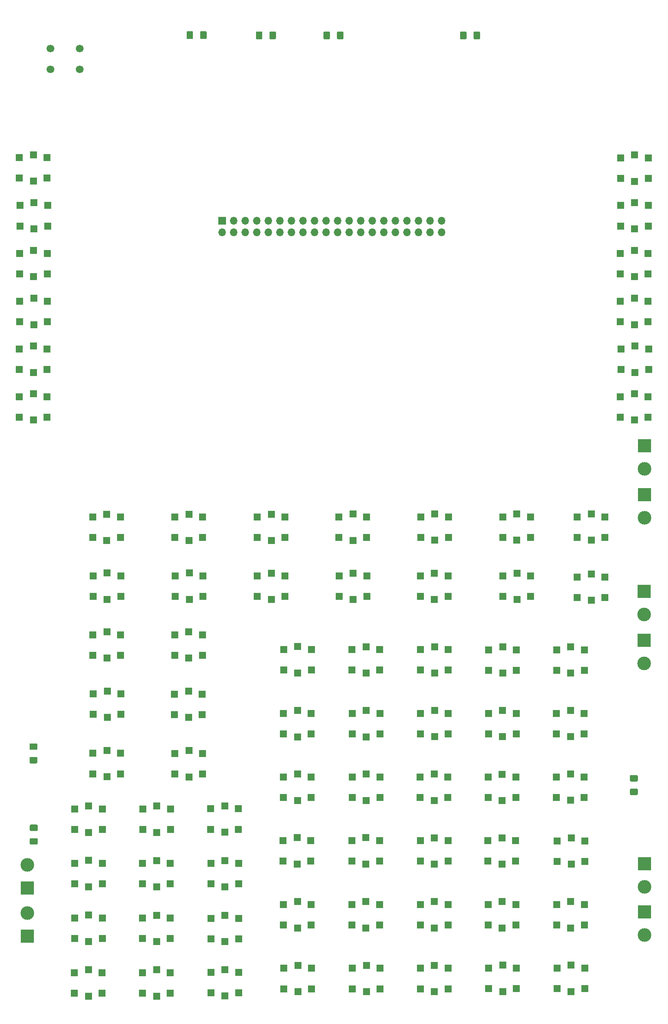
<source format=gts>
%TF.GenerationSoftware,KiCad,Pcbnew,(5.1.10)-1*%
%TF.CreationDate,2022-01-05T11:20:31+00:00*%
%TF.ProjectId,opena3xx-mcdu,6f70656e-6133-4787-982d-6d6364752e6b,0.1*%
%TF.SameCoordinates,Original*%
%TF.FileFunction,Soldermask,Top*%
%TF.FilePolarity,Negative*%
%FSLAX46Y46*%
G04 Gerber Fmt 4.6, Leading zero omitted, Abs format (unit mm)*
G04 Created by KiCad (PCBNEW (5.1.10)-1) date 2022-01-05 11:20:31*
%MOMM*%
%LPD*%
G01*
G04 APERTURE LIST*
%ADD10C,3.000000*%
%ADD11R,3.000000X3.000000*%
%ADD12R,1.524000X1.524000*%
%ADD13C,1.700000*%
%ADD14O,1.700000X1.700000*%
%ADD15R,1.700000X1.700000*%
G04 APERTURE END LIST*
D10*
X173507400Y-227352460D03*
D11*
X173507400Y-222272460D03*
D12*
X70168000Y-161328000D03*
X76268000Y-161328000D03*
X70168000Y-165828000D03*
X76268000Y-165828000D03*
X73268000Y-160678000D03*
X73268000Y-166478000D03*
D10*
X173380000Y-167589000D03*
D11*
X173380000Y-162509000D03*
D12*
X142304000Y-135420000D03*
X148404000Y-135420000D03*
X142304000Y-139920000D03*
X148404000Y-139920000D03*
X145404000Y-134770000D03*
X145404000Y-140570000D03*
X127370000Y-140570000D03*
X127370000Y-134770000D03*
X130370000Y-139920000D03*
X124270000Y-139920000D03*
X130370000Y-135420000D03*
X124270000Y-135420000D03*
D10*
X173380000Y-156896000D03*
D11*
X173380000Y-151816000D03*
D12*
X39145600Y-82657600D03*
X39145600Y-76857600D03*
X42145600Y-82007600D03*
X36045600Y-82007600D03*
X42145600Y-77507600D03*
X36045600Y-77507600D03*
X161812000Y-153778000D03*
X161812000Y-147978000D03*
X164812000Y-153128000D03*
X158712000Y-153128000D03*
X164812000Y-148628000D03*
X158712000Y-148628000D03*
X161812000Y-140570000D03*
X161812000Y-134770000D03*
X164812000Y-139920000D03*
X158712000Y-139920000D03*
X164812000Y-135420000D03*
X158712000Y-135420000D03*
D10*
X173469000Y-124841000D03*
D11*
X173469000Y-119761000D03*
D10*
X173469000Y-135636000D03*
D11*
X173469000Y-130556000D03*
D12*
X51272000Y-204755000D03*
X51272000Y-198955000D03*
X54272000Y-204105000D03*
X48172000Y-204105000D03*
X54272000Y-199605000D03*
X48172000Y-199605000D03*
D13*
X42824400Y-37033200D03*
X49324400Y-37033200D03*
X42824400Y-32533200D03*
X49324400Y-32533200D03*
D12*
X55259000Y-192538000D03*
X55259000Y-186738000D03*
X58259000Y-191888000D03*
X52159000Y-191888000D03*
X58259000Y-187388000D03*
X52159000Y-187388000D03*
X55361000Y-179482000D03*
X55361000Y-173682000D03*
X58361000Y-178832000D03*
X52261000Y-178832000D03*
X58361000Y-174332000D03*
X52261000Y-174332000D03*
X73319000Y-192563000D03*
X73319000Y-186763000D03*
X76319000Y-191913000D03*
X70219000Y-191913000D03*
X76319000Y-187413000D03*
X70219000Y-187413000D03*
X73243000Y-179508000D03*
X73243000Y-173708000D03*
X76243000Y-178858000D03*
X70143000Y-178858000D03*
X76243000Y-174358000D03*
X70143000Y-174358000D03*
X157342000Y-239757000D03*
X157342000Y-233957000D03*
X160342000Y-239107000D03*
X154242000Y-239107000D03*
X160342000Y-234607000D03*
X154242000Y-234607000D03*
X142305000Y-239757000D03*
X142305000Y-233957000D03*
X145305000Y-239107000D03*
X139205000Y-239107000D03*
X145305000Y-234607000D03*
X139205000Y-234607000D03*
X127294000Y-239782000D03*
X127294000Y-233982000D03*
X130294000Y-239132000D03*
X124194000Y-239132000D03*
X130294000Y-234632000D03*
X124194000Y-234632000D03*
X112333000Y-239782000D03*
X112333000Y-233982000D03*
X115333000Y-239132000D03*
X109233000Y-239132000D03*
X115333000Y-234632000D03*
X109233000Y-234632000D03*
X97271000Y-239782000D03*
X97271000Y-233982000D03*
X100271000Y-239132000D03*
X94171000Y-239132000D03*
X100271000Y-234632000D03*
X94171000Y-234632000D03*
X157266000Y-225787000D03*
X157266000Y-219987000D03*
X160266000Y-225137000D03*
X154166000Y-225137000D03*
X160266000Y-220637000D03*
X154166000Y-220637000D03*
X142178000Y-225761000D03*
X142178000Y-219961000D03*
X145178000Y-225111000D03*
X139078000Y-225111000D03*
X145178000Y-220611000D03*
X139078000Y-220611000D03*
X127294000Y-225787000D03*
X127294000Y-219987000D03*
X130294000Y-225137000D03*
X124194000Y-225137000D03*
X130294000Y-220637000D03*
X124194000Y-220637000D03*
X112206000Y-225787000D03*
X112206000Y-219987000D03*
X115206000Y-225137000D03*
X109106000Y-225137000D03*
X115206000Y-220637000D03*
X109106000Y-220637000D03*
X97169000Y-225761000D03*
X97169000Y-219961000D03*
X100169000Y-225111000D03*
X94069000Y-225111000D03*
X100169000Y-220611000D03*
X94069000Y-220611000D03*
X157367000Y-211766000D03*
X157367000Y-205966000D03*
X160367000Y-211116000D03*
X154267000Y-211116000D03*
X160367000Y-206616000D03*
X154267000Y-206616000D03*
X142153000Y-211740000D03*
X142153000Y-205940000D03*
X145153000Y-211090000D03*
X139053000Y-211090000D03*
X145153000Y-206590000D03*
X139053000Y-206590000D03*
X127294000Y-211740000D03*
X127294000Y-205940000D03*
X130294000Y-211090000D03*
X124194000Y-211090000D03*
X130294000Y-206590000D03*
X124194000Y-206590000D03*
X112206000Y-211715000D03*
X112206000Y-205915000D03*
X115206000Y-211065000D03*
X109106000Y-211065000D03*
X115206000Y-206565000D03*
X109106000Y-206565000D03*
X97093000Y-211715000D03*
X97093000Y-205915000D03*
X100093000Y-211065000D03*
X93993000Y-211065000D03*
X100093000Y-206565000D03*
X93993000Y-206565000D03*
X157240000Y-197720000D03*
X157240000Y-191920000D03*
X160240000Y-197070000D03*
X154140000Y-197070000D03*
X160240000Y-192570000D03*
X154140000Y-192570000D03*
X142204000Y-197770000D03*
X142204000Y-191970000D03*
X145204000Y-197120000D03*
X139104000Y-197120000D03*
X145204000Y-192620000D03*
X139104000Y-192620000D03*
X127268000Y-197745000D03*
X127268000Y-191945000D03*
X130268000Y-197095000D03*
X124168000Y-197095000D03*
X130268000Y-192595000D03*
X124168000Y-192595000D03*
X112308000Y-197745000D03*
X112308000Y-191945000D03*
X115308000Y-197095000D03*
X109208000Y-197095000D03*
X115308000Y-192595000D03*
X109208000Y-192595000D03*
X97195000Y-197745000D03*
X97195000Y-191945000D03*
X100195000Y-197095000D03*
X94095000Y-197095000D03*
X100195000Y-192595000D03*
X94095000Y-192595000D03*
X157240000Y-183750000D03*
X157240000Y-177950000D03*
X160240000Y-183100000D03*
X154140000Y-183100000D03*
X160240000Y-178600000D03*
X154140000Y-178600000D03*
X142280000Y-183750000D03*
X142280000Y-177950000D03*
X145280000Y-183100000D03*
X139180000Y-183100000D03*
X145280000Y-178600000D03*
X139180000Y-178600000D03*
X127345000Y-183750000D03*
X127345000Y-177950000D03*
X130345000Y-183100000D03*
X124245000Y-183100000D03*
X130345000Y-178600000D03*
X124245000Y-178600000D03*
X112308000Y-183775000D03*
X112308000Y-177975000D03*
X115308000Y-183125000D03*
X109208000Y-183125000D03*
X115308000Y-178625000D03*
X109208000Y-178625000D03*
X97169000Y-183775000D03*
X97169000Y-177975000D03*
X100169000Y-183125000D03*
X94069000Y-183125000D03*
X100169000Y-178625000D03*
X94069000Y-178625000D03*
X157266000Y-169780000D03*
X157266000Y-163980000D03*
X160266000Y-169130000D03*
X154166000Y-169130000D03*
X160266000Y-164630000D03*
X154166000Y-164630000D03*
X142305000Y-169780000D03*
X142305000Y-163980000D03*
X145305000Y-169130000D03*
X139205000Y-169130000D03*
X145305000Y-164630000D03*
X139205000Y-164630000D03*
X127345000Y-169754000D03*
X127345000Y-163954000D03*
X130345000Y-169104000D03*
X124245000Y-169104000D03*
X130345000Y-164604000D03*
X124245000Y-164604000D03*
X112257000Y-169754000D03*
X112257000Y-163954000D03*
X115257000Y-169104000D03*
X109157000Y-169104000D03*
X115257000Y-164604000D03*
X109157000Y-164604000D03*
X97246000Y-169729000D03*
X97246000Y-163929000D03*
X100246000Y-169079000D03*
X94146000Y-169079000D03*
X100246000Y-164579000D03*
X94146000Y-164579000D03*
X81218000Y-240696000D03*
X81218000Y-234896000D03*
X84218000Y-240046000D03*
X78118000Y-240046000D03*
X84218000Y-235546000D03*
X78118000Y-235546000D03*
X66192000Y-240750000D03*
X66192000Y-234950000D03*
X69192000Y-240100000D03*
X63092000Y-240100000D03*
X69192000Y-235600000D03*
X63092000Y-235600000D03*
X51232000Y-240750000D03*
X51232000Y-234950000D03*
X54232000Y-240100000D03*
X48132000Y-240100000D03*
X54232000Y-235600000D03*
X48132000Y-235600000D03*
X81218000Y-228784000D03*
X81218000Y-222984000D03*
X84218000Y-228134000D03*
X78118000Y-228134000D03*
X84218000Y-223634000D03*
X78118000Y-223634000D03*
X66181000Y-228758000D03*
X66181000Y-222958000D03*
X69181000Y-228108000D03*
X63081000Y-228108000D03*
X69181000Y-223608000D03*
X63081000Y-223608000D03*
X51246000Y-228733000D03*
X51246000Y-222933000D03*
X54246000Y-228083000D03*
X48146000Y-228083000D03*
X54246000Y-223583000D03*
X48146000Y-223583000D03*
X81244000Y-216744000D03*
X81244000Y-210944000D03*
X84244000Y-216094000D03*
X78144000Y-216094000D03*
X84244000Y-211594000D03*
X78144000Y-211594000D03*
X66181000Y-216744000D03*
X66181000Y-210944000D03*
X69181000Y-216094000D03*
X63081000Y-216094000D03*
X69181000Y-211594000D03*
X63081000Y-211594000D03*
X51246000Y-216719000D03*
X51246000Y-210919000D03*
X54246000Y-216069000D03*
X48146000Y-216069000D03*
X54246000Y-211569000D03*
X48146000Y-211569000D03*
X81193000Y-204730000D03*
X81193000Y-198930000D03*
X84193000Y-204080000D03*
X78093000Y-204080000D03*
X84193000Y-199580000D03*
X78093000Y-199580000D03*
X66232000Y-204755000D03*
X66232000Y-198955000D03*
X69232000Y-204105000D03*
X63132000Y-204105000D03*
X69232000Y-199605000D03*
X63132000Y-199605000D03*
X55285000Y-166478000D03*
X55285000Y-160678000D03*
X58285000Y-165828000D03*
X52185000Y-165828000D03*
X58285000Y-161328000D03*
X52185000Y-161328000D03*
X145429000Y-153574000D03*
X145429000Y-147774000D03*
X148429000Y-152924000D03*
X142329000Y-152924000D03*
X148429000Y-148424000D03*
X142329000Y-148424000D03*
X127294000Y-153574000D03*
X127294000Y-147774000D03*
X130294000Y-152924000D03*
X124194000Y-152924000D03*
X130294000Y-148424000D03*
X124194000Y-148424000D03*
X109412000Y-153574000D03*
X109412000Y-147774000D03*
X112412000Y-152924000D03*
X106312000Y-152924000D03*
X112412000Y-148424000D03*
X106312000Y-148424000D03*
X91429000Y-153574000D03*
X91429000Y-147774000D03*
X94429000Y-152924000D03*
X88329000Y-152924000D03*
X94429000Y-148424000D03*
X88329000Y-148424000D03*
X73395000Y-153549000D03*
X73395000Y-147749000D03*
X76395000Y-152899000D03*
X70295000Y-152899000D03*
X76395000Y-148399000D03*
X70295000Y-148399000D03*
X55310000Y-153549000D03*
X55310000Y-147749000D03*
X58310000Y-152899000D03*
X52210000Y-152899000D03*
X58310000Y-148399000D03*
X52210000Y-148399000D03*
X109387000Y-140595000D03*
X109387000Y-134795000D03*
X112387000Y-139945000D03*
X106287000Y-139945000D03*
X112387000Y-135445000D03*
X106287000Y-135445000D03*
X91429000Y-140620000D03*
X91429000Y-134820000D03*
X94429000Y-139970000D03*
X88329000Y-139970000D03*
X94429000Y-135470000D03*
X88329000Y-135470000D03*
X73319000Y-140620000D03*
X73319000Y-134820000D03*
X76319000Y-139970000D03*
X70219000Y-139970000D03*
X76319000Y-135470000D03*
X70219000Y-135470000D03*
X55234000Y-140620000D03*
X55234000Y-134820000D03*
X58234000Y-139970000D03*
X52134000Y-139970000D03*
X58234000Y-135470000D03*
X52134000Y-135470000D03*
X171261000Y-114154000D03*
X171261000Y-108354000D03*
X174261000Y-113504000D03*
X168161000Y-113504000D03*
X174261000Y-109004000D03*
X168161000Y-109004000D03*
X171414000Y-103688800D03*
X171414000Y-97888800D03*
X174414000Y-103038800D03*
X168314000Y-103038800D03*
X174414000Y-98538800D03*
X168314000Y-98538800D03*
X171261000Y-93173200D03*
X171261000Y-87373200D03*
X174261000Y-92523200D03*
X168161000Y-92523200D03*
X174261000Y-88023200D03*
X168161000Y-88023200D03*
X171276000Y-82657600D03*
X171276000Y-76857600D03*
X174276000Y-82007600D03*
X168176000Y-82007600D03*
X174276000Y-77507600D03*
X168176000Y-77507600D03*
X171312000Y-72142000D03*
X171312000Y-66342000D03*
X174312000Y-71492000D03*
X168212000Y-71492000D03*
X174312000Y-66992000D03*
X168212000Y-66992000D03*
X171312000Y-61677200D03*
X171312000Y-55877200D03*
X174312000Y-61027200D03*
X168212000Y-61027200D03*
X174312000Y-56527200D03*
X168212000Y-56527200D03*
X39130400Y-114154000D03*
X39130400Y-108354000D03*
X42130400Y-113504000D03*
X36030400Y-113504000D03*
X42130400Y-109004000D03*
X36030400Y-109004000D03*
X39120200Y-103688800D03*
X39120200Y-97888800D03*
X42120200Y-103038800D03*
X36020200Y-103038800D03*
X42120200Y-98538800D03*
X36020200Y-98538800D03*
X39181200Y-93173200D03*
X39181200Y-87373200D03*
X42181200Y-92523200D03*
X36081200Y-92523200D03*
X42181200Y-88023200D03*
X36081200Y-88023200D03*
X39232000Y-72142000D03*
X39232000Y-66342000D03*
X42232000Y-71492000D03*
X36132000Y-71492000D03*
X42232000Y-66992000D03*
X36132000Y-66992000D03*
X39130400Y-61626400D03*
X39130400Y-55826400D03*
X42130400Y-60976400D03*
X36030400Y-60976400D03*
X42130400Y-56476400D03*
X36030400Y-56476400D03*
D10*
X173507400Y-216735460D03*
D11*
X173507400Y-211655460D03*
D14*
X128904600Y-72847200D03*
X128904600Y-70307200D03*
X126364600Y-72847200D03*
X126364600Y-70307200D03*
X123824600Y-72847200D03*
X123824600Y-70307200D03*
X121284600Y-72847200D03*
X121284600Y-70307200D03*
X118744600Y-72847200D03*
X118744600Y-70307200D03*
X116204600Y-72847200D03*
X116204600Y-70307200D03*
X113664600Y-72847200D03*
X113664600Y-70307200D03*
X111124600Y-72847200D03*
X111124600Y-70307200D03*
X108584600Y-72847200D03*
X108584600Y-70307200D03*
X106044600Y-72847200D03*
X106044600Y-70307200D03*
X103504600Y-72847200D03*
X103504600Y-70307200D03*
X100964600Y-72847200D03*
X100964600Y-70307200D03*
X98424600Y-72847200D03*
X98424600Y-70307200D03*
X95884600Y-72847200D03*
X95884600Y-70307200D03*
X93344600Y-72847200D03*
X93344600Y-70307200D03*
X90804600Y-72847200D03*
X90804600Y-70307200D03*
X88264600Y-72847200D03*
X88264600Y-70307200D03*
X85724600Y-72847200D03*
X85724600Y-70307200D03*
X83184600Y-72847200D03*
X83184600Y-70307200D03*
X80644600Y-72847200D03*
D15*
X80644600Y-70307200D03*
D10*
X37782000Y-211925000D03*
D11*
X37782000Y-217005000D03*
D10*
X37782000Y-222529000D03*
D11*
X37782000Y-227609000D03*
G36*
G01*
X39804000Y-204470000D02*
X38554000Y-204470000D01*
G75*
G02*
X38304000Y-204220000I0J250000D01*
G01*
X38304000Y-203295000D01*
G75*
G02*
X38554000Y-203045000I250000J0D01*
G01*
X39804000Y-203045000D01*
G75*
G02*
X40054000Y-203295000I0J-250000D01*
G01*
X40054000Y-204220000D01*
G75*
G02*
X39804000Y-204470000I-250000J0D01*
G01*
G37*
G36*
G01*
X39804000Y-207445000D02*
X38554000Y-207445000D01*
G75*
G02*
X38304000Y-207195000I0J250000D01*
G01*
X38304000Y-206270000D01*
G75*
G02*
X38554000Y-206020000I250000J0D01*
G01*
X39804000Y-206020000D01*
G75*
G02*
X40054000Y-206270000I0J-250000D01*
G01*
X40054000Y-207195000D01*
G75*
G02*
X39804000Y-207445000I-250000J0D01*
G01*
G37*
G36*
G01*
X171770000Y-193586000D02*
X170520000Y-193586000D01*
G75*
G02*
X170270000Y-193336000I0J250000D01*
G01*
X170270000Y-192411000D01*
G75*
G02*
X170520000Y-192161000I250000J0D01*
G01*
X171770000Y-192161000D01*
G75*
G02*
X172020000Y-192411000I0J-250000D01*
G01*
X172020000Y-193336000D01*
G75*
G02*
X171770000Y-193586000I-250000J0D01*
G01*
G37*
G36*
G01*
X171770000Y-196561000D02*
X170520000Y-196561000D01*
G75*
G02*
X170270000Y-196311000I0J250000D01*
G01*
X170270000Y-195386000D01*
G75*
G02*
X170520000Y-195136000I250000J0D01*
G01*
X171770000Y-195136000D01*
G75*
G02*
X172020000Y-195386000I0J-250000D01*
G01*
X172020000Y-196311000D01*
G75*
G02*
X171770000Y-196561000I-250000J0D01*
G01*
G37*
G36*
G01*
X39741000Y-186626000D02*
X38491000Y-186626000D01*
G75*
G02*
X38241000Y-186376000I0J250000D01*
G01*
X38241000Y-185451000D01*
G75*
G02*
X38491000Y-185201000I250000J0D01*
G01*
X39741000Y-185201000D01*
G75*
G02*
X39991000Y-185451000I0J-250000D01*
G01*
X39991000Y-186376000D01*
G75*
G02*
X39741000Y-186626000I-250000J0D01*
G01*
G37*
G36*
G01*
X39741000Y-189601000D02*
X38491000Y-189601000D01*
G75*
G02*
X38241000Y-189351000I0J250000D01*
G01*
X38241000Y-188426000D01*
G75*
G02*
X38491000Y-188176000I250000J0D01*
G01*
X39741000Y-188176000D01*
G75*
G02*
X39991000Y-188426000I0J-250000D01*
G01*
X39991000Y-189351000D01*
G75*
G02*
X39741000Y-189601000I-250000J0D01*
G01*
G37*
G36*
G01*
X105868000Y-30228700D02*
X105868000Y-28978700D01*
G75*
G02*
X106118000Y-28728700I250000J0D01*
G01*
X107043000Y-28728700D01*
G75*
G02*
X107293000Y-28978700I0J-250000D01*
G01*
X107293000Y-30228700D01*
G75*
G02*
X107043000Y-30478700I-250000J0D01*
G01*
X106118000Y-30478700D01*
G75*
G02*
X105868000Y-30228700I0J250000D01*
G01*
G37*
G36*
G01*
X102893000Y-30228700D02*
X102893000Y-28978700D01*
G75*
G02*
X103143000Y-28728700I250000J0D01*
G01*
X104068000Y-28728700D01*
G75*
G02*
X104318000Y-28978700I0J-250000D01*
G01*
X104318000Y-30228700D01*
G75*
G02*
X104068000Y-30478700I-250000J0D01*
G01*
X103143000Y-30478700D01*
G75*
G02*
X102893000Y-30228700I0J250000D01*
G01*
G37*
G36*
G01*
X91008000Y-30228700D02*
X91008000Y-28978700D01*
G75*
G02*
X91258000Y-28728700I250000J0D01*
G01*
X92183000Y-28728700D01*
G75*
G02*
X92433000Y-28978700I0J-250000D01*
G01*
X92433000Y-30228700D01*
G75*
G02*
X92183000Y-30478700I-250000J0D01*
G01*
X91258000Y-30478700D01*
G75*
G02*
X91008000Y-30228700I0J250000D01*
G01*
G37*
G36*
G01*
X88033000Y-30228700D02*
X88033000Y-28978700D01*
G75*
G02*
X88283000Y-28728700I250000J0D01*
G01*
X89208000Y-28728700D01*
G75*
G02*
X89458000Y-28978700I0J-250000D01*
G01*
X89458000Y-30228700D01*
G75*
G02*
X89208000Y-30478700I-250000J0D01*
G01*
X88283000Y-30478700D01*
G75*
G02*
X88033000Y-30228700I0J250000D01*
G01*
G37*
G36*
G01*
X135903000Y-30228700D02*
X135903000Y-28978700D01*
G75*
G02*
X136153000Y-28728700I250000J0D01*
G01*
X137078000Y-28728700D01*
G75*
G02*
X137328000Y-28978700I0J-250000D01*
G01*
X137328000Y-30228700D01*
G75*
G02*
X137078000Y-30478700I-250000J0D01*
G01*
X136153000Y-30478700D01*
G75*
G02*
X135903000Y-30228700I0J250000D01*
G01*
G37*
G36*
G01*
X132928000Y-30228700D02*
X132928000Y-28978700D01*
G75*
G02*
X133178000Y-28728700I250000J0D01*
G01*
X134103000Y-28728700D01*
G75*
G02*
X134353000Y-28978700I0J-250000D01*
G01*
X134353000Y-30228700D01*
G75*
G02*
X134103000Y-30478700I-250000J0D01*
G01*
X133178000Y-30478700D01*
G75*
G02*
X132928000Y-30228700I0J250000D01*
G01*
G37*
G36*
G01*
X75768000Y-30165200D02*
X75768000Y-28915200D01*
G75*
G02*
X76018000Y-28665200I250000J0D01*
G01*
X76943000Y-28665200D01*
G75*
G02*
X77193000Y-28915200I0J-250000D01*
G01*
X77193000Y-30165200D01*
G75*
G02*
X76943000Y-30415200I-250000J0D01*
G01*
X76018000Y-30415200D01*
G75*
G02*
X75768000Y-30165200I0J250000D01*
G01*
G37*
G36*
G01*
X72793000Y-30165200D02*
X72793000Y-28915200D01*
G75*
G02*
X73043000Y-28665200I250000J0D01*
G01*
X73968000Y-28665200D01*
G75*
G02*
X74218000Y-28915200I0J-250000D01*
G01*
X74218000Y-30165200D01*
G75*
G02*
X73968000Y-30415200I-250000J0D01*
G01*
X73043000Y-30415200D01*
G75*
G02*
X72793000Y-30165200I0J250000D01*
G01*
G37*
M02*

</source>
